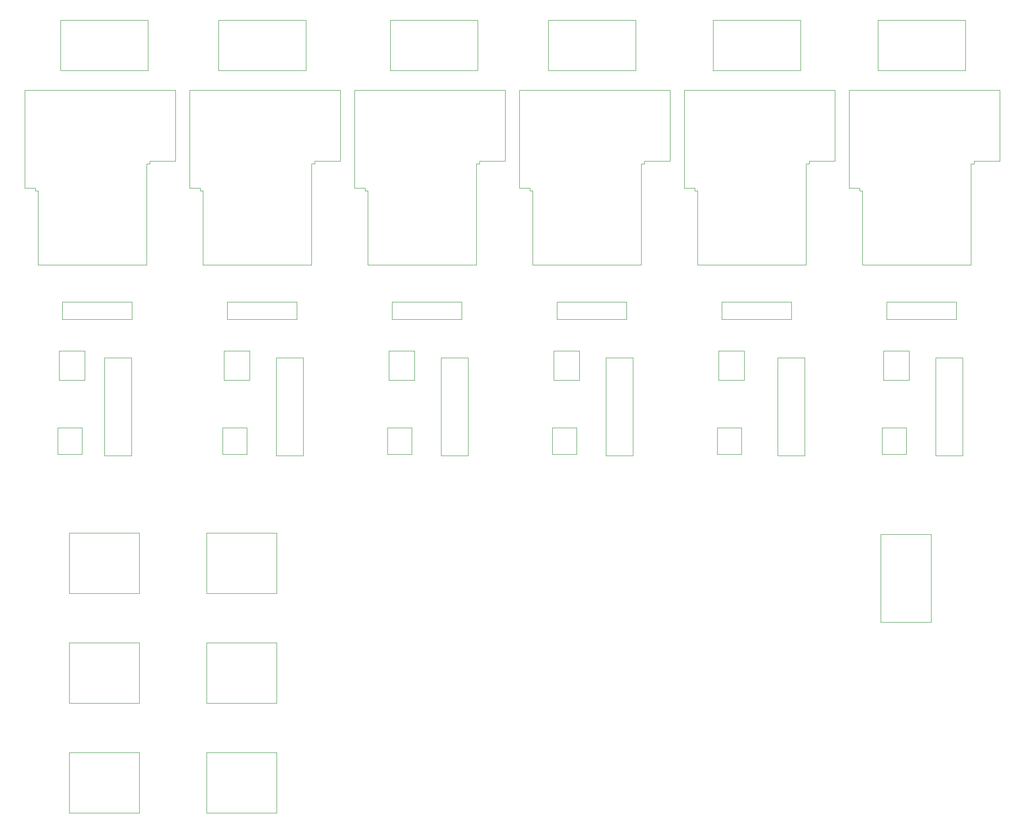
<source format=gbr>
G04 #@! TF.GenerationSoftware,KiCad,Pcbnew,5.1.5+dfsg1-2build2*
G04 #@! TF.CreationDate,2022-02-25T13:27:02+02:00*
G04 #@! TF.ProjectId,relayctl-hat,72656c61-7963-4746-9c2d-6861742e6b69,rev?*
G04 #@! TF.SameCoordinates,Original*
G04 #@! TF.FileFunction,Other,User*
%FSLAX46Y46*%
G04 Gerber Fmt 4.6, Leading zero omitted, Abs format (unit mm)*
G04 Created by KiCad (PCBNEW 5.1.5+dfsg1-2build2) date 2022-02-25 13:27:02*
%MOMM*%
%LPD*%
G04 APERTURE LIST*
%ADD10C,0.050000*%
G04 APERTURE END LIST*
D10*
X104100000Y-115750000D02*
X104100000Y-97610000D01*
X99100000Y-115750000D02*
X104100000Y-115750000D01*
X99100000Y-97610000D02*
X99100000Y-115750000D01*
X104100000Y-97610000D02*
X99100000Y-97610000D01*
X196090000Y-35110000D02*
X179840000Y-35110000D01*
X196090000Y-44420000D02*
X196090000Y-35110000D01*
X179840000Y-44420000D02*
X196090000Y-44420000D01*
X179840000Y-35110000D02*
X179840000Y-44420000D01*
X165610000Y-35110000D02*
X149360000Y-35110000D01*
X165610000Y-44420000D02*
X165610000Y-35110000D01*
X149360000Y-44420000D02*
X165610000Y-44420000D01*
X149360000Y-35110000D02*
X149360000Y-44420000D01*
X135130000Y-35110000D02*
X118880000Y-35110000D01*
X135130000Y-44420000D02*
X135130000Y-35110000D01*
X118880000Y-44420000D02*
X135130000Y-44420000D01*
X118880000Y-35110000D02*
X118880000Y-44420000D01*
X105920000Y-35110000D02*
X89670000Y-35110000D01*
X105920000Y-44420000D02*
X105920000Y-35110000D01*
X89670000Y-44420000D02*
X105920000Y-44420000D01*
X89670000Y-35110000D02*
X89670000Y-44420000D01*
X74170000Y-35110000D02*
X57920000Y-35110000D01*
X74170000Y-44420000D02*
X74170000Y-35110000D01*
X57920000Y-44420000D02*
X74170000Y-44420000D01*
X57920000Y-35110000D02*
X57920000Y-44420000D01*
X44960000Y-35110000D02*
X28710000Y-35110000D01*
X44960000Y-44420000D02*
X44960000Y-35110000D01*
X28710000Y-44420000D02*
X44960000Y-44420000D01*
X28710000Y-35110000D02*
X28710000Y-44420000D01*
X195540000Y-115750000D02*
X195540000Y-97610000D01*
X190540000Y-115750000D02*
X195540000Y-115750000D01*
X190540000Y-97610000D02*
X190540000Y-115750000D01*
X195540000Y-97610000D02*
X190540000Y-97610000D01*
X166330000Y-115750000D02*
X166330000Y-97610000D01*
X161330000Y-115750000D02*
X166330000Y-115750000D01*
X161330000Y-97610000D02*
X161330000Y-115750000D01*
X166330000Y-97610000D02*
X161330000Y-97610000D01*
X134580000Y-115750000D02*
X134580000Y-97610000D01*
X129580000Y-115750000D02*
X134580000Y-115750000D01*
X129580000Y-97610000D02*
X129580000Y-115750000D01*
X134580000Y-97610000D02*
X129580000Y-97610000D01*
X73620000Y-115750000D02*
X73620000Y-97610000D01*
X68620000Y-115750000D02*
X73620000Y-115750000D01*
X68620000Y-97610000D02*
X68620000Y-115750000D01*
X73620000Y-97610000D02*
X68620000Y-97610000D01*
X41870000Y-115750000D02*
X41870000Y-97610000D01*
X36870000Y-115750000D02*
X41870000Y-115750000D01*
X36870000Y-97610000D02*
X36870000Y-115750000D01*
X41870000Y-97610000D02*
X36870000Y-97610000D01*
X180870000Y-101790000D02*
X180870000Y-96330000D01*
X180870000Y-101790000D02*
X185610000Y-101790000D01*
X185610000Y-96330000D02*
X180870000Y-96330000D01*
X185610000Y-96330000D02*
X185610000Y-101790000D01*
X150390000Y-101790000D02*
X150390000Y-96330000D01*
X150390000Y-101790000D02*
X155130000Y-101790000D01*
X155130000Y-96330000D02*
X150390000Y-96330000D01*
X155130000Y-96330000D02*
X155130000Y-101790000D01*
X119910000Y-101790000D02*
X119910000Y-96330000D01*
X119910000Y-101790000D02*
X124650000Y-101790000D01*
X124650000Y-96330000D02*
X119910000Y-96330000D01*
X124650000Y-96330000D02*
X124650000Y-101790000D01*
X89430000Y-101790000D02*
X89430000Y-96330000D01*
X89430000Y-101790000D02*
X94170000Y-101790000D01*
X94170000Y-96330000D02*
X89430000Y-96330000D01*
X94170000Y-96330000D02*
X94170000Y-101790000D01*
X58950000Y-101790000D02*
X58950000Y-96330000D01*
X58950000Y-101790000D02*
X63690000Y-101790000D01*
X63690000Y-96330000D02*
X58950000Y-96330000D01*
X63690000Y-96330000D02*
X63690000Y-101790000D01*
X28470000Y-101790000D02*
X28470000Y-96330000D01*
X28470000Y-101790000D02*
X33210000Y-101790000D01*
X33210000Y-96330000D02*
X28470000Y-96330000D01*
X33210000Y-96330000D02*
X33210000Y-101790000D01*
X197110000Y-61720000D02*
X197620000Y-61720000D01*
X197620000Y-61720000D02*
X197620000Y-61210000D01*
X176500000Y-66720000D02*
X176500000Y-66210000D01*
X176500000Y-66720000D02*
X177010000Y-66720000D01*
X174510000Y-66210000D02*
X176500000Y-66210000D01*
X177010000Y-80410000D02*
X177010000Y-66720000D01*
X202410000Y-61210000D02*
X202410000Y-48110000D01*
X174510000Y-48110000D02*
X202410000Y-48110000D01*
X177010000Y-80410000D02*
X197110000Y-80410000D01*
X174510000Y-66210000D02*
X174510000Y-48110000D01*
X197620000Y-61210000D02*
X202410000Y-61210000D01*
X197110000Y-80410000D02*
X197110000Y-61720000D01*
X166630000Y-61720000D02*
X167140000Y-61720000D01*
X167140000Y-61720000D02*
X167140000Y-61210000D01*
X146020000Y-66720000D02*
X146020000Y-66210000D01*
X146020000Y-66720000D02*
X146530000Y-66720000D01*
X144030000Y-66210000D02*
X146020000Y-66210000D01*
X146530000Y-80410000D02*
X146530000Y-66720000D01*
X171930000Y-61210000D02*
X171930000Y-48110000D01*
X144030000Y-48110000D02*
X171930000Y-48110000D01*
X146530000Y-80410000D02*
X166630000Y-80410000D01*
X144030000Y-66210000D02*
X144030000Y-48110000D01*
X167140000Y-61210000D02*
X171930000Y-61210000D01*
X166630000Y-80410000D02*
X166630000Y-61720000D01*
X136150000Y-61720000D02*
X136660000Y-61720000D01*
X136660000Y-61720000D02*
X136660000Y-61210000D01*
X115540000Y-66720000D02*
X115540000Y-66210000D01*
X115540000Y-66720000D02*
X116050000Y-66720000D01*
X113550000Y-66210000D02*
X115540000Y-66210000D01*
X116050000Y-80410000D02*
X116050000Y-66720000D01*
X141450000Y-61210000D02*
X141450000Y-48110000D01*
X113550000Y-48110000D02*
X141450000Y-48110000D01*
X116050000Y-80410000D02*
X136150000Y-80410000D01*
X113550000Y-66210000D02*
X113550000Y-48110000D01*
X136660000Y-61210000D02*
X141450000Y-61210000D01*
X136150000Y-80410000D02*
X136150000Y-61720000D01*
X105670000Y-61720000D02*
X106180000Y-61720000D01*
X106180000Y-61720000D02*
X106180000Y-61210000D01*
X85060000Y-66720000D02*
X85060000Y-66210000D01*
X85060000Y-66720000D02*
X85570000Y-66720000D01*
X83070000Y-66210000D02*
X85060000Y-66210000D01*
X85570000Y-80410000D02*
X85570000Y-66720000D01*
X110970000Y-61210000D02*
X110970000Y-48110000D01*
X83070000Y-48110000D02*
X110970000Y-48110000D01*
X85570000Y-80410000D02*
X105670000Y-80410000D01*
X83070000Y-66210000D02*
X83070000Y-48110000D01*
X106180000Y-61210000D02*
X110970000Y-61210000D01*
X105670000Y-80410000D02*
X105670000Y-61720000D01*
X75190000Y-61720000D02*
X75700000Y-61720000D01*
X75700000Y-61720000D02*
X75700000Y-61210000D01*
X54580000Y-66720000D02*
X54580000Y-66210000D01*
X54580000Y-66720000D02*
X55090000Y-66720000D01*
X52590000Y-66210000D02*
X54580000Y-66210000D01*
X55090000Y-80410000D02*
X55090000Y-66720000D01*
X80490000Y-61210000D02*
X80490000Y-48110000D01*
X52590000Y-48110000D02*
X80490000Y-48110000D01*
X55090000Y-80410000D02*
X75190000Y-80410000D01*
X52590000Y-66210000D02*
X52590000Y-48110000D01*
X75700000Y-61210000D02*
X80490000Y-61210000D01*
X75190000Y-80410000D02*
X75190000Y-61720000D01*
X44710000Y-61720000D02*
X45220000Y-61720000D01*
X45220000Y-61720000D02*
X45220000Y-61210000D01*
X24100000Y-66720000D02*
X24100000Y-66210000D01*
X24100000Y-66720000D02*
X24610000Y-66720000D01*
X22110000Y-66210000D02*
X24100000Y-66210000D01*
X24610000Y-80410000D02*
X24610000Y-66720000D01*
X50010000Y-61210000D02*
X50010000Y-48110000D01*
X22110000Y-48110000D02*
X50010000Y-48110000D01*
X24610000Y-80410000D02*
X44710000Y-80410000D01*
X22110000Y-66210000D02*
X22110000Y-48110000D01*
X45220000Y-61210000D02*
X50010000Y-61210000D01*
X44710000Y-80410000D02*
X44710000Y-61720000D01*
X189680000Y-146560000D02*
X189680000Y-130310000D01*
X180370000Y-146560000D02*
X189680000Y-146560000D01*
X180370000Y-130310000D02*
X180370000Y-146560000D01*
X189680000Y-130310000D02*
X180370000Y-130310000D01*
X68700000Y-170710000D02*
X68700000Y-181900000D01*
X68700000Y-170710000D02*
X55760000Y-170710000D01*
X55760000Y-181900000D02*
X68700000Y-181900000D01*
X55760000Y-181900000D02*
X55760000Y-170710000D01*
X68700000Y-150390000D02*
X68700000Y-161580000D01*
X68700000Y-150390000D02*
X55760000Y-150390000D01*
X55760000Y-161580000D02*
X68700000Y-161580000D01*
X55760000Y-161580000D02*
X55760000Y-150390000D01*
X68700000Y-130070000D02*
X68700000Y-141260000D01*
X68700000Y-130070000D02*
X55760000Y-130070000D01*
X55760000Y-141260000D02*
X68700000Y-141260000D01*
X55760000Y-141260000D02*
X55760000Y-130070000D01*
X43300000Y-170710000D02*
X43300000Y-181900000D01*
X43300000Y-170710000D02*
X30360000Y-170710000D01*
X30360000Y-181900000D02*
X43300000Y-181900000D01*
X30360000Y-181900000D02*
X30360000Y-170710000D01*
X43300000Y-150390000D02*
X43300000Y-161580000D01*
X43300000Y-150390000D02*
X30360000Y-150390000D01*
X30360000Y-161580000D02*
X43300000Y-161580000D01*
X30360000Y-161580000D02*
X30360000Y-150390000D01*
X43300000Y-130070000D02*
X43300000Y-141260000D01*
X43300000Y-130070000D02*
X30360000Y-130070000D01*
X30360000Y-141260000D02*
X43300000Y-141260000D01*
X30360000Y-141260000D02*
X30360000Y-130070000D01*
X185130000Y-115460000D02*
X185130000Y-110610000D01*
X180630000Y-115460000D02*
X185130000Y-115460000D01*
X180630000Y-110610000D02*
X180630000Y-115460000D01*
X185130000Y-110610000D02*
X180630000Y-110610000D01*
X154650000Y-115460000D02*
X154650000Y-110610000D01*
X150150000Y-115460000D02*
X154650000Y-115460000D01*
X150150000Y-110610000D02*
X150150000Y-115460000D01*
X154650000Y-110610000D02*
X150150000Y-110610000D01*
X124170000Y-115460000D02*
X124170000Y-110610000D01*
X119670000Y-115460000D02*
X124170000Y-115460000D01*
X119670000Y-110610000D02*
X119670000Y-115460000D01*
X124170000Y-110610000D02*
X119670000Y-110610000D01*
X93690000Y-115460000D02*
X93690000Y-110610000D01*
X89190000Y-115460000D02*
X93690000Y-115460000D01*
X89190000Y-110610000D02*
X89190000Y-115460000D01*
X93690000Y-110610000D02*
X89190000Y-110610000D01*
X63210000Y-115460000D02*
X63210000Y-110610000D01*
X58710000Y-115460000D02*
X63210000Y-115460000D01*
X58710000Y-110610000D02*
X58710000Y-115460000D01*
X63210000Y-110610000D02*
X58710000Y-110610000D01*
X32730000Y-115460000D02*
X32730000Y-110610000D01*
X28230000Y-115460000D02*
X32730000Y-115460000D01*
X28230000Y-110610000D02*
X28230000Y-115460000D01*
X32730000Y-110610000D02*
X28230000Y-110610000D01*
X181530000Y-90500000D02*
X194390000Y-90500000D01*
X181530000Y-87300000D02*
X181530000Y-90500000D01*
X194390000Y-87300000D02*
X181530000Y-87300000D01*
X194390000Y-90500000D02*
X194390000Y-87300000D01*
X151050000Y-90500000D02*
X163910000Y-90500000D01*
X151050000Y-87300000D02*
X151050000Y-90500000D01*
X163910000Y-87300000D02*
X151050000Y-87300000D01*
X163910000Y-90500000D02*
X163910000Y-87300000D01*
X120570000Y-90500000D02*
X133430000Y-90500000D01*
X120570000Y-87300000D02*
X120570000Y-90500000D01*
X133430000Y-87300000D02*
X120570000Y-87300000D01*
X133430000Y-90500000D02*
X133430000Y-87300000D01*
X90090000Y-90500000D02*
X102950000Y-90500000D01*
X90090000Y-87300000D02*
X90090000Y-90500000D01*
X102950000Y-87300000D02*
X90090000Y-87300000D01*
X102950000Y-90500000D02*
X102950000Y-87300000D01*
X59610000Y-90500000D02*
X72470000Y-90500000D01*
X59610000Y-87300000D02*
X59610000Y-90500000D01*
X72470000Y-87300000D02*
X59610000Y-87300000D01*
X72470000Y-90500000D02*
X72470000Y-87300000D01*
X29130000Y-90500000D02*
X41990000Y-90500000D01*
X29130000Y-87300000D02*
X29130000Y-90500000D01*
X41990000Y-87300000D02*
X29130000Y-87300000D01*
X41990000Y-90500000D02*
X41990000Y-87300000D01*
M02*

</source>
